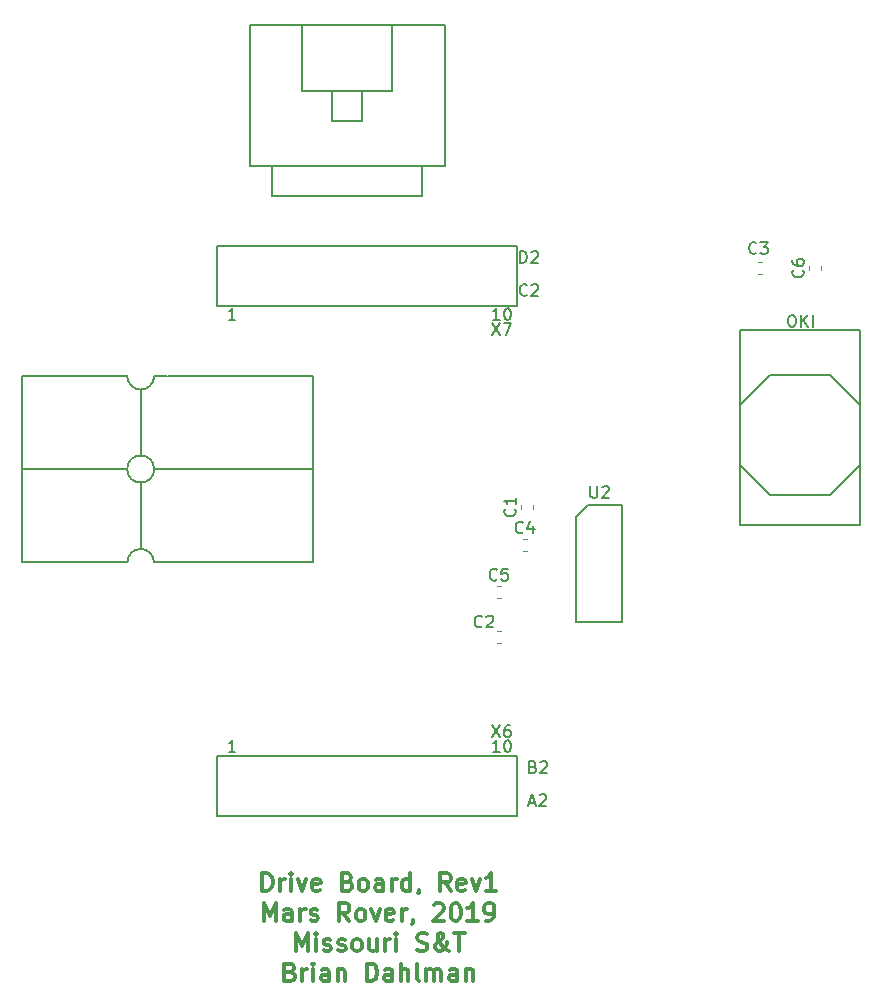
<source format=gbr>
G04 #@! TF.GenerationSoftware,KiCad,Pcbnew,(5.0.0)*
G04 #@! TF.CreationDate,2018-10-11T10:24:37-05:00*
G04 #@! TF.ProjectId,DriveBoard_Hardware,4472697665426F6172645F4861726477,rev?*
G04 #@! TF.SameCoordinates,Original*
G04 #@! TF.FileFunction,Legend,Top*
G04 #@! TF.FilePolarity,Positive*
%FSLAX46Y46*%
G04 Gerber Fmt 4.6, Leading zero omitted, Abs format (unit mm)*
G04 Created by KiCad (PCBNEW (5.0.0)) date 10/11/18 10:24:37*
%MOMM*%
%LPD*%
G01*
G04 APERTURE LIST*
%ADD10C,0.300000*%
%ADD11C,0.120000*%
%ADD12C,0.150000*%
G04 APERTURE END LIST*
D10*
X76502857Y-125631571D02*
X76502857Y-124131571D01*
X76860000Y-124131571D01*
X77074285Y-124203000D01*
X77217142Y-124345857D01*
X77288571Y-124488714D01*
X77360000Y-124774428D01*
X77360000Y-124988714D01*
X77288571Y-125274428D01*
X77217142Y-125417285D01*
X77074285Y-125560142D01*
X76860000Y-125631571D01*
X76502857Y-125631571D01*
X78002857Y-125631571D02*
X78002857Y-124631571D01*
X78002857Y-124917285D02*
X78074285Y-124774428D01*
X78145714Y-124703000D01*
X78288571Y-124631571D01*
X78431428Y-124631571D01*
X78931428Y-125631571D02*
X78931428Y-124631571D01*
X78931428Y-124131571D02*
X78860000Y-124203000D01*
X78931428Y-124274428D01*
X79002857Y-124203000D01*
X78931428Y-124131571D01*
X78931428Y-124274428D01*
X79502857Y-124631571D02*
X79860000Y-125631571D01*
X80217142Y-124631571D01*
X81360000Y-125560142D02*
X81217142Y-125631571D01*
X80931428Y-125631571D01*
X80788571Y-125560142D01*
X80717142Y-125417285D01*
X80717142Y-124845857D01*
X80788571Y-124703000D01*
X80931428Y-124631571D01*
X81217142Y-124631571D01*
X81360000Y-124703000D01*
X81431428Y-124845857D01*
X81431428Y-124988714D01*
X80717142Y-125131571D01*
X83717142Y-124845857D02*
X83931428Y-124917285D01*
X84002857Y-124988714D01*
X84074285Y-125131571D01*
X84074285Y-125345857D01*
X84002857Y-125488714D01*
X83931428Y-125560142D01*
X83788571Y-125631571D01*
X83217142Y-125631571D01*
X83217142Y-124131571D01*
X83717142Y-124131571D01*
X83860000Y-124203000D01*
X83931428Y-124274428D01*
X84002857Y-124417285D01*
X84002857Y-124560142D01*
X83931428Y-124703000D01*
X83860000Y-124774428D01*
X83717142Y-124845857D01*
X83217142Y-124845857D01*
X84931428Y-125631571D02*
X84788571Y-125560142D01*
X84717142Y-125488714D01*
X84645714Y-125345857D01*
X84645714Y-124917285D01*
X84717142Y-124774428D01*
X84788571Y-124703000D01*
X84931428Y-124631571D01*
X85145714Y-124631571D01*
X85288571Y-124703000D01*
X85360000Y-124774428D01*
X85431428Y-124917285D01*
X85431428Y-125345857D01*
X85360000Y-125488714D01*
X85288571Y-125560142D01*
X85145714Y-125631571D01*
X84931428Y-125631571D01*
X86717142Y-125631571D02*
X86717142Y-124845857D01*
X86645714Y-124703000D01*
X86502857Y-124631571D01*
X86217142Y-124631571D01*
X86074285Y-124703000D01*
X86717142Y-125560142D02*
X86574285Y-125631571D01*
X86217142Y-125631571D01*
X86074285Y-125560142D01*
X86002857Y-125417285D01*
X86002857Y-125274428D01*
X86074285Y-125131571D01*
X86217142Y-125060142D01*
X86574285Y-125060142D01*
X86717142Y-124988714D01*
X87431428Y-125631571D02*
X87431428Y-124631571D01*
X87431428Y-124917285D02*
X87502857Y-124774428D01*
X87574285Y-124703000D01*
X87717142Y-124631571D01*
X87860000Y-124631571D01*
X89002857Y-125631571D02*
X89002857Y-124131571D01*
X89002857Y-125560142D02*
X88860000Y-125631571D01*
X88574285Y-125631571D01*
X88431428Y-125560142D01*
X88360000Y-125488714D01*
X88288571Y-125345857D01*
X88288571Y-124917285D01*
X88360000Y-124774428D01*
X88431428Y-124703000D01*
X88574285Y-124631571D01*
X88860000Y-124631571D01*
X89002857Y-124703000D01*
X89788571Y-125560142D02*
X89788571Y-125631571D01*
X89717142Y-125774428D01*
X89645714Y-125845857D01*
X92431428Y-125631571D02*
X91931428Y-124917285D01*
X91574285Y-125631571D02*
X91574285Y-124131571D01*
X92145714Y-124131571D01*
X92288571Y-124203000D01*
X92360000Y-124274428D01*
X92431428Y-124417285D01*
X92431428Y-124631571D01*
X92360000Y-124774428D01*
X92288571Y-124845857D01*
X92145714Y-124917285D01*
X91574285Y-124917285D01*
X93645714Y-125560142D02*
X93502857Y-125631571D01*
X93217142Y-125631571D01*
X93074285Y-125560142D01*
X93002857Y-125417285D01*
X93002857Y-124845857D01*
X93074285Y-124703000D01*
X93217142Y-124631571D01*
X93502857Y-124631571D01*
X93645714Y-124703000D01*
X93717142Y-124845857D01*
X93717142Y-124988714D01*
X93002857Y-125131571D01*
X94217142Y-124631571D02*
X94574285Y-125631571D01*
X94931428Y-124631571D01*
X96288571Y-125631571D02*
X95431428Y-125631571D01*
X95860000Y-125631571D02*
X95860000Y-124131571D01*
X95717142Y-124345857D01*
X95574285Y-124488714D01*
X95431428Y-124560142D01*
X76645714Y-128181571D02*
X76645714Y-126681571D01*
X77145714Y-127753000D01*
X77645714Y-126681571D01*
X77645714Y-128181571D01*
X79002857Y-128181571D02*
X79002857Y-127395857D01*
X78931428Y-127253000D01*
X78788571Y-127181571D01*
X78502857Y-127181571D01*
X78360000Y-127253000D01*
X79002857Y-128110142D02*
X78860000Y-128181571D01*
X78502857Y-128181571D01*
X78360000Y-128110142D01*
X78288571Y-127967285D01*
X78288571Y-127824428D01*
X78360000Y-127681571D01*
X78502857Y-127610142D01*
X78860000Y-127610142D01*
X79002857Y-127538714D01*
X79717142Y-128181571D02*
X79717142Y-127181571D01*
X79717142Y-127467285D02*
X79788571Y-127324428D01*
X79860000Y-127253000D01*
X80002857Y-127181571D01*
X80145714Y-127181571D01*
X80574285Y-128110142D02*
X80717142Y-128181571D01*
X81002857Y-128181571D01*
X81145714Y-128110142D01*
X81217142Y-127967285D01*
X81217142Y-127895857D01*
X81145714Y-127753000D01*
X81002857Y-127681571D01*
X80788571Y-127681571D01*
X80645714Y-127610142D01*
X80574285Y-127467285D01*
X80574285Y-127395857D01*
X80645714Y-127253000D01*
X80788571Y-127181571D01*
X81002857Y-127181571D01*
X81145714Y-127253000D01*
X83860000Y-128181571D02*
X83360000Y-127467285D01*
X83002857Y-128181571D02*
X83002857Y-126681571D01*
X83574285Y-126681571D01*
X83717142Y-126753000D01*
X83788571Y-126824428D01*
X83860000Y-126967285D01*
X83860000Y-127181571D01*
X83788571Y-127324428D01*
X83717142Y-127395857D01*
X83574285Y-127467285D01*
X83002857Y-127467285D01*
X84717142Y-128181571D02*
X84574285Y-128110142D01*
X84502857Y-128038714D01*
X84431428Y-127895857D01*
X84431428Y-127467285D01*
X84502857Y-127324428D01*
X84574285Y-127253000D01*
X84717142Y-127181571D01*
X84931428Y-127181571D01*
X85074285Y-127253000D01*
X85145714Y-127324428D01*
X85217142Y-127467285D01*
X85217142Y-127895857D01*
X85145714Y-128038714D01*
X85074285Y-128110142D01*
X84931428Y-128181571D01*
X84717142Y-128181571D01*
X85717142Y-127181571D02*
X86074285Y-128181571D01*
X86431428Y-127181571D01*
X87574285Y-128110142D02*
X87431428Y-128181571D01*
X87145714Y-128181571D01*
X87002857Y-128110142D01*
X86931428Y-127967285D01*
X86931428Y-127395857D01*
X87002857Y-127253000D01*
X87145714Y-127181571D01*
X87431428Y-127181571D01*
X87574285Y-127253000D01*
X87645714Y-127395857D01*
X87645714Y-127538714D01*
X86931428Y-127681571D01*
X88288571Y-128181571D02*
X88288571Y-127181571D01*
X88288571Y-127467285D02*
X88360000Y-127324428D01*
X88431428Y-127253000D01*
X88574285Y-127181571D01*
X88717142Y-127181571D01*
X89288571Y-128110142D02*
X89288571Y-128181571D01*
X89217142Y-128324428D01*
X89145714Y-128395857D01*
X91002857Y-126824428D02*
X91074285Y-126753000D01*
X91217142Y-126681571D01*
X91574285Y-126681571D01*
X91717142Y-126753000D01*
X91788571Y-126824428D01*
X91860000Y-126967285D01*
X91860000Y-127110142D01*
X91788571Y-127324428D01*
X90931428Y-128181571D01*
X91860000Y-128181571D01*
X92788571Y-126681571D02*
X92931428Y-126681571D01*
X93074285Y-126753000D01*
X93145714Y-126824428D01*
X93217142Y-126967285D01*
X93288571Y-127253000D01*
X93288571Y-127610142D01*
X93217142Y-127895857D01*
X93145714Y-128038714D01*
X93074285Y-128110142D01*
X92931428Y-128181571D01*
X92788571Y-128181571D01*
X92645714Y-128110142D01*
X92574285Y-128038714D01*
X92502857Y-127895857D01*
X92431428Y-127610142D01*
X92431428Y-127253000D01*
X92502857Y-126967285D01*
X92574285Y-126824428D01*
X92645714Y-126753000D01*
X92788571Y-126681571D01*
X94717142Y-128181571D02*
X93860000Y-128181571D01*
X94288571Y-128181571D02*
X94288571Y-126681571D01*
X94145714Y-126895857D01*
X94002857Y-127038714D01*
X93860000Y-127110142D01*
X95431428Y-128181571D02*
X95717142Y-128181571D01*
X95860000Y-128110142D01*
X95931428Y-128038714D01*
X96074285Y-127824428D01*
X96145714Y-127538714D01*
X96145714Y-126967285D01*
X96074285Y-126824428D01*
X96002857Y-126753000D01*
X95860000Y-126681571D01*
X95574285Y-126681571D01*
X95431428Y-126753000D01*
X95360000Y-126824428D01*
X95288571Y-126967285D01*
X95288571Y-127324428D01*
X95360000Y-127467285D01*
X95431428Y-127538714D01*
X95574285Y-127610142D01*
X95860000Y-127610142D01*
X96002857Y-127538714D01*
X96074285Y-127467285D01*
X96145714Y-127324428D01*
X79324285Y-130731571D02*
X79324285Y-129231571D01*
X79824285Y-130303000D01*
X80324285Y-129231571D01*
X80324285Y-130731571D01*
X81038571Y-130731571D02*
X81038571Y-129731571D01*
X81038571Y-129231571D02*
X80967142Y-129303000D01*
X81038571Y-129374428D01*
X81110000Y-129303000D01*
X81038571Y-129231571D01*
X81038571Y-129374428D01*
X81681428Y-130660142D02*
X81824285Y-130731571D01*
X82110000Y-130731571D01*
X82252857Y-130660142D01*
X82324285Y-130517285D01*
X82324285Y-130445857D01*
X82252857Y-130303000D01*
X82110000Y-130231571D01*
X81895714Y-130231571D01*
X81752857Y-130160142D01*
X81681428Y-130017285D01*
X81681428Y-129945857D01*
X81752857Y-129803000D01*
X81895714Y-129731571D01*
X82110000Y-129731571D01*
X82252857Y-129803000D01*
X82895714Y-130660142D02*
X83038571Y-130731571D01*
X83324285Y-130731571D01*
X83467142Y-130660142D01*
X83538571Y-130517285D01*
X83538571Y-130445857D01*
X83467142Y-130303000D01*
X83324285Y-130231571D01*
X83110000Y-130231571D01*
X82967142Y-130160142D01*
X82895714Y-130017285D01*
X82895714Y-129945857D01*
X82967142Y-129803000D01*
X83110000Y-129731571D01*
X83324285Y-129731571D01*
X83467142Y-129803000D01*
X84395714Y-130731571D02*
X84252857Y-130660142D01*
X84181428Y-130588714D01*
X84110000Y-130445857D01*
X84110000Y-130017285D01*
X84181428Y-129874428D01*
X84252857Y-129803000D01*
X84395714Y-129731571D01*
X84610000Y-129731571D01*
X84752857Y-129803000D01*
X84824285Y-129874428D01*
X84895714Y-130017285D01*
X84895714Y-130445857D01*
X84824285Y-130588714D01*
X84752857Y-130660142D01*
X84610000Y-130731571D01*
X84395714Y-130731571D01*
X86181428Y-129731571D02*
X86181428Y-130731571D01*
X85538571Y-129731571D02*
X85538571Y-130517285D01*
X85610000Y-130660142D01*
X85752857Y-130731571D01*
X85967142Y-130731571D01*
X86110000Y-130660142D01*
X86181428Y-130588714D01*
X86895714Y-130731571D02*
X86895714Y-129731571D01*
X86895714Y-130017285D02*
X86967142Y-129874428D01*
X87038571Y-129803000D01*
X87181428Y-129731571D01*
X87324285Y-129731571D01*
X87824285Y-130731571D02*
X87824285Y-129731571D01*
X87824285Y-129231571D02*
X87752857Y-129303000D01*
X87824285Y-129374428D01*
X87895714Y-129303000D01*
X87824285Y-129231571D01*
X87824285Y-129374428D01*
X89610000Y-130660142D02*
X89824285Y-130731571D01*
X90181428Y-130731571D01*
X90324285Y-130660142D01*
X90395714Y-130588714D01*
X90467142Y-130445857D01*
X90467142Y-130303000D01*
X90395714Y-130160142D01*
X90324285Y-130088714D01*
X90181428Y-130017285D01*
X89895714Y-129945857D01*
X89752857Y-129874428D01*
X89681428Y-129803000D01*
X89610000Y-129660142D01*
X89610000Y-129517285D01*
X89681428Y-129374428D01*
X89752857Y-129303000D01*
X89895714Y-129231571D01*
X90252857Y-129231571D01*
X90467142Y-129303000D01*
X92324285Y-130731571D02*
X92252857Y-130731571D01*
X92110000Y-130660142D01*
X91895714Y-130445857D01*
X91538571Y-130017285D01*
X91395714Y-129803000D01*
X91324285Y-129588714D01*
X91324285Y-129445857D01*
X91395714Y-129303000D01*
X91538571Y-129231571D01*
X91610000Y-129231571D01*
X91752857Y-129303000D01*
X91824285Y-129445857D01*
X91824285Y-129517285D01*
X91752857Y-129660142D01*
X91681428Y-129731571D01*
X91252857Y-130017285D01*
X91181428Y-130088714D01*
X91110000Y-130231571D01*
X91110000Y-130445857D01*
X91181428Y-130588714D01*
X91252857Y-130660142D01*
X91395714Y-130731571D01*
X91610000Y-130731571D01*
X91752857Y-130660142D01*
X91824285Y-130588714D01*
X92038571Y-130303000D01*
X92110000Y-130088714D01*
X92110000Y-129945857D01*
X92752857Y-129231571D02*
X93610000Y-129231571D01*
X93181428Y-130731571D02*
X93181428Y-129231571D01*
X78859999Y-132495857D02*
X79074285Y-132567285D01*
X79145714Y-132638714D01*
X79217142Y-132781571D01*
X79217142Y-132995857D01*
X79145714Y-133138714D01*
X79074285Y-133210142D01*
X78931428Y-133281571D01*
X78359999Y-133281571D01*
X78359999Y-131781571D01*
X78859999Y-131781571D01*
X79002857Y-131853000D01*
X79074285Y-131924428D01*
X79145714Y-132067285D01*
X79145714Y-132210142D01*
X79074285Y-132353000D01*
X79002857Y-132424428D01*
X78859999Y-132495857D01*
X78359999Y-132495857D01*
X79859999Y-133281571D02*
X79859999Y-132281571D01*
X79859999Y-132567285D02*
X79931428Y-132424428D01*
X80002857Y-132353000D01*
X80145714Y-132281571D01*
X80288571Y-132281571D01*
X80788571Y-133281571D02*
X80788571Y-132281571D01*
X80788571Y-131781571D02*
X80717142Y-131853000D01*
X80788571Y-131924428D01*
X80859999Y-131853000D01*
X80788571Y-131781571D01*
X80788571Y-131924428D01*
X82145714Y-133281571D02*
X82145714Y-132495857D01*
X82074285Y-132353000D01*
X81931428Y-132281571D01*
X81645714Y-132281571D01*
X81502857Y-132353000D01*
X82145714Y-133210142D02*
X82002857Y-133281571D01*
X81645714Y-133281571D01*
X81502857Y-133210142D01*
X81431428Y-133067285D01*
X81431428Y-132924428D01*
X81502857Y-132781571D01*
X81645714Y-132710142D01*
X82002857Y-132710142D01*
X82145714Y-132638714D01*
X82859999Y-132281571D02*
X82859999Y-133281571D01*
X82859999Y-132424428D02*
X82931428Y-132353000D01*
X83074285Y-132281571D01*
X83288571Y-132281571D01*
X83431428Y-132353000D01*
X83502857Y-132495857D01*
X83502857Y-133281571D01*
X85359999Y-133281571D02*
X85359999Y-131781571D01*
X85717142Y-131781571D01*
X85931428Y-131853000D01*
X86074285Y-131995857D01*
X86145714Y-132138714D01*
X86217142Y-132424428D01*
X86217142Y-132638714D01*
X86145714Y-132924428D01*
X86074285Y-133067285D01*
X85931428Y-133210142D01*
X85717142Y-133281571D01*
X85359999Y-133281571D01*
X87502857Y-133281571D02*
X87502857Y-132495857D01*
X87431428Y-132353000D01*
X87288571Y-132281571D01*
X87002857Y-132281571D01*
X86859999Y-132353000D01*
X87502857Y-133210142D02*
X87359999Y-133281571D01*
X87002857Y-133281571D01*
X86859999Y-133210142D01*
X86788571Y-133067285D01*
X86788571Y-132924428D01*
X86859999Y-132781571D01*
X87002857Y-132710142D01*
X87359999Y-132710142D01*
X87502857Y-132638714D01*
X88217142Y-133281571D02*
X88217142Y-131781571D01*
X88859999Y-133281571D02*
X88859999Y-132495857D01*
X88788571Y-132353000D01*
X88645714Y-132281571D01*
X88431428Y-132281571D01*
X88288571Y-132353000D01*
X88217142Y-132424428D01*
X89788571Y-133281571D02*
X89645714Y-133210142D01*
X89574285Y-133067285D01*
X89574285Y-131781571D01*
X90359999Y-133281571D02*
X90359999Y-132281571D01*
X90359999Y-132424428D02*
X90431428Y-132353000D01*
X90574285Y-132281571D01*
X90788571Y-132281571D01*
X90931428Y-132353000D01*
X91002857Y-132495857D01*
X91002857Y-133281571D01*
X91002857Y-132495857D02*
X91074285Y-132353000D01*
X91217142Y-132281571D01*
X91431428Y-132281571D01*
X91574285Y-132353000D01*
X91645714Y-132495857D01*
X91645714Y-133281571D01*
X93002857Y-133281571D02*
X93002857Y-132495857D01*
X92931428Y-132353000D01*
X92788571Y-132281571D01*
X92502857Y-132281571D01*
X92359999Y-132353000D01*
X93002857Y-133210142D02*
X92859999Y-133281571D01*
X92502857Y-133281571D01*
X92359999Y-133210142D01*
X92288571Y-133067285D01*
X92288571Y-132924428D01*
X92359999Y-132781571D01*
X92502857Y-132710142D01*
X92859999Y-132710142D01*
X93002857Y-132638714D01*
X93717142Y-132281571D02*
X93717142Y-133281571D01*
X93717142Y-132424428D02*
X93788571Y-132353000D01*
X93931428Y-132281571D01*
X94145714Y-132281571D01*
X94288571Y-132353000D01*
X94359999Y-132495857D01*
X94359999Y-133281571D01*
D11*
G04 #@! TO.C,C1*
X98423000Y-93301667D02*
X98423000Y-92959133D01*
X99443000Y-93301667D02*
X99443000Y-92959133D01*
G04 #@! TO.C,C2*
X96348733Y-104650000D02*
X96691267Y-104650000D01*
X96348733Y-103630000D02*
X96691267Y-103630000D01*
G04 #@! TO.C,C3*
X118446733Y-72388000D02*
X118789267Y-72388000D01*
X118446733Y-73408000D02*
X118789267Y-73408000D01*
G04 #@! TO.C,C4*
X98547133Y-95832200D02*
X98889667Y-95832200D01*
X98547133Y-96852200D02*
X98889667Y-96852200D01*
G04 #@! TO.C,C5*
X96348733Y-100840000D02*
X96691267Y-100840000D01*
X96348733Y-99820000D02*
X96691267Y-99820000D01*
G04 #@! TO.C,C6*
X123827000Y-73069267D02*
X123827000Y-72726733D01*
X122807000Y-73069267D02*
X122807000Y-72726733D01*
D12*
G04 #@! TO.C,Conn1*
X67310000Y-97790000D02*
G75*
G03X66192400Y-96672400I-1117600J0D01*
G01*
X66192400Y-96672400D02*
G75*
G03X65074800Y-97790000I0J-1117600D01*
G01*
X56134000Y-82042000D02*
X56134000Y-97790000D01*
X80772000Y-82042000D02*
X80772000Y-97790000D01*
X65049400Y-82042000D02*
X63830200Y-82042000D01*
X66192400Y-83185000D02*
G75*
G03X67335400Y-82042000I0J1143000D01*
G01*
X65049400Y-82042000D02*
G75*
G03X66192400Y-83185000I1143000J0D01*
G01*
X68503800Y-97790000D02*
X67310000Y-97790000D01*
X66192400Y-95478600D02*
X66192400Y-96647000D01*
X63881000Y-97790000D02*
X65049400Y-97790000D01*
X68453000Y-82042000D02*
X67360800Y-82042000D01*
X66192400Y-83185000D02*
X66192400Y-84353400D01*
X66192400Y-92202000D02*
X66192400Y-91059000D01*
X56159400Y-89890600D02*
X65049400Y-89890600D01*
X66192400Y-87630000D02*
X66192400Y-88773000D01*
X68478400Y-89916000D02*
X67335400Y-89916000D01*
X66192400Y-92202000D02*
X66192400Y-95504000D01*
X68478400Y-89916000D02*
X80772000Y-89916000D01*
X66192400Y-87630000D02*
X66192400Y-84353400D01*
X67335400Y-89916000D02*
G75*
G03X67335400Y-89916000I-1143000J0D01*
G01*
X68478400Y-97790000D02*
X80772000Y-97790000D01*
X63906400Y-97790000D02*
X56159400Y-97790000D01*
X56159400Y-82042000D02*
X63906400Y-82042000D01*
X68478400Y-82042000D02*
X80772000Y-82042000D01*
G04 #@! TO.C,Conn2*
X79883000Y-52324000D02*
X79883000Y-52832000D01*
X87503000Y-52832000D02*
X87503000Y-52324000D01*
X75438000Y-52324000D02*
X91948000Y-52324000D01*
X75438000Y-64262000D02*
X75438000Y-52324000D01*
X91948000Y-64262000D02*
X91948000Y-52324000D01*
X90043000Y-64262000D02*
X91948000Y-64262000D01*
X77343000Y-64262000D02*
X75438000Y-64262000D01*
X79883000Y-56642000D02*
X79883000Y-57912000D01*
X79883000Y-57912000D02*
X87503000Y-57912000D01*
X87503000Y-57912000D02*
X87503000Y-56642000D01*
X87503000Y-56642000D02*
X87503000Y-52832000D01*
X79883000Y-56642000D02*
X79883000Y-52832000D01*
X82423000Y-57912000D02*
X82423000Y-60452000D01*
X82423000Y-60452000D02*
X84963000Y-60452000D01*
X84963000Y-60452000D02*
X84963000Y-57912000D01*
X77343000Y-64262000D02*
X90043000Y-64262000D01*
X90043000Y-64262000D02*
X90043000Y-66802000D01*
X90043000Y-66802000D02*
X77343000Y-66802000D01*
X77343000Y-66802000D02*
X77343000Y-64262000D01*
G04 #@! TO.C,U1*
X98044000Y-114173000D02*
X72644000Y-114173000D01*
X72644000Y-76073000D02*
X98044000Y-76073000D01*
X98044000Y-119253000D02*
X98044000Y-114173000D01*
X72644000Y-114173000D02*
X72644000Y-119253000D01*
X72644000Y-119253000D02*
X98044000Y-119253000D01*
X98044000Y-76073000D02*
X98044000Y-70993000D01*
X98044000Y-70993000D02*
X72644000Y-70993000D01*
X72644000Y-70993000D02*
X72644000Y-76073000D01*
G04 #@! TO.C,U2*
X104079000Y-92967000D02*
X106979000Y-92967000D01*
X106979000Y-92967000D02*
X106979000Y-102867000D01*
X106979000Y-102867000D02*
X103079000Y-102867000D01*
X103079000Y-102867000D02*
X103079000Y-93967000D01*
X103079000Y-93967000D02*
X104079000Y-92967000D01*
G04 #@! TO.C,U3*
X124587000Y-81915000D02*
X127127000Y-84455000D01*
X127127000Y-84455000D02*
X127127000Y-89535000D01*
X127127000Y-89535000D02*
X124587000Y-92075000D01*
X124587000Y-92075000D02*
X119507000Y-92075000D01*
X119507000Y-92075000D02*
X116967000Y-89535000D01*
X116967000Y-89535000D02*
X116967000Y-84455000D01*
X116967000Y-84455000D02*
X119507000Y-81915000D01*
X119507000Y-81915000D02*
X124587000Y-81915000D01*
X116967000Y-94615000D02*
X127127000Y-94615000D01*
X116967000Y-78105000D02*
X127127000Y-78105000D01*
X127127000Y-78105000D02*
X127127000Y-94615000D01*
X116967000Y-94615000D02*
X116967000Y-78105000D01*
G04 #@! TO.C,C1*
X97860142Y-93297066D02*
X97907761Y-93344685D01*
X97955380Y-93487542D01*
X97955380Y-93582780D01*
X97907761Y-93725638D01*
X97812523Y-93820876D01*
X97717285Y-93868495D01*
X97526809Y-93916114D01*
X97383952Y-93916114D01*
X97193476Y-93868495D01*
X97098238Y-93820876D01*
X97003000Y-93725638D01*
X96955380Y-93582780D01*
X96955380Y-93487542D01*
X97003000Y-93344685D01*
X97050619Y-93297066D01*
X97955380Y-92344685D02*
X97955380Y-92916114D01*
X97955380Y-92630400D02*
X96955380Y-92630400D01*
X97098238Y-92725638D01*
X97193476Y-92820876D01*
X97241095Y-92916114D01*
G04 #@! TO.C,C2*
X95083333Y-103227142D02*
X95035714Y-103274761D01*
X94892857Y-103322380D01*
X94797619Y-103322380D01*
X94654761Y-103274761D01*
X94559523Y-103179523D01*
X94511904Y-103084285D01*
X94464285Y-102893809D01*
X94464285Y-102750952D01*
X94511904Y-102560476D01*
X94559523Y-102465238D01*
X94654761Y-102370000D01*
X94797619Y-102322380D01*
X94892857Y-102322380D01*
X95035714Y-102370000D01*
X95083333Y-102417619D01*
X95464285Y-102417619D02*
X95511904Y-102370000D01*
X95607142Y-102322380D01*
X95845238Y-102322380D01*
X95940476Y-102370000D01*
X95988095Y-102417619D01*
X96035714Y-102512857D01*
X96035714Y-102608095D01*
X95988095Y-102750952D01*
X95416666Y-103322380D01*
X96035714Y-103322380D01*
G04 #@! TO.C,C3*
X118324333Y-71604142D02*
X118276714Y-71651761D01*
X118133857Y-71699380D01*
X118038619Y-71699380D01*
X117895761Y-71651761D01*
X117800523Y-71556523D01*
X117752904Y-71461285D01*
X117705285Y-71270809D01*
X117705285Y-71127952D01*
X117752904Y-70937476D01*
X117800523Y-70842238D01*
X117895761Y-70747000D01*
X118038619Y-70699380D01*
X118133857Y-70699380D01*
X118276714Y-70747000D01*
X118324333Y-70794619D01*
X118657666Y-70699380D02*
X119276714Y-70699380D01*
X118943380Y-71080333D01*
X119086238Y-71080333D01*
X119181476Y-71127952D01*
X119229095Y-71175571D01*
X119276714Y-71270809D01*
X119276714Y-71508904D01*
X119229095Y-71604142D01*
X119181476Y-71651761D01*
X119086238Y-71699380D01*
X118800523Y-71699380D01*
X118705285Y-71651761D01*
X118657666Y-71604142D01*
G04 #@! TO.C,C4*
X98551733Y-95269342D02*
X98504114Y-95316961D01*
X98361257Y-95364580D01*
X98266019Y-95364580D01*
X98123161Y-95316961D01*
X98027923Y-95221723D01*
X97980304Y-95126485D01*
X97932685Y-94936009D01*
X97932685Y-94793152D01*
X97980304Y-94602676D01*
X98027923Y-94507438D01*
X98123161Y-94412200D01*
X98266019Y-94364580D01*
X98361257Y-94364580D01*
X98504114Y-94412200D01*
X98551733Y-94459819D01*
X99408876Y-94697914D02*
X99408876Y-95364580D01*
X99170780Y-94316961D02*
X98932685Y-95031247D01*
X99551733Y-95031247D01*
G04 #@! TO.C,C5*
X96353333Y-99257142D02*
X96305714Y-99304761D01*
X96162857Y-99352380D01*
X96067619Y-99352380D01*
X95924761Y-99304761D01*
X95829523Y-99209523D01*
X95781904Y-99114285D01*
X95734285Y-98923809D01*
X95734285Y-98780952D01*
X95781904Y-98590476D01*
X95829523Y-98495238D01*
X95924761Y-98400000D01*
X96067619Y-98352380D01*
X96162857Y-98352380D01*
X96305714Y-98400000D01*
X96353333Y-98447619D01*
X97258095Y-98352380D02*
X96781904Y-98352380D01*
X96734285Y-98828571D01*
X96781904Y-98780952D01*
X96877142Y-98733333D01*
X97115238Y-98733333D01*
X97210476Y-98780952D01*
X97258095Y-98828571D01*
X97305714Y-98923809D01*
X97305714Y-99161904D01*
X97258095Y-99257142D01*
X97210476Y-99304761D01*
X97115238Y-99352380D01*
X96877142Y-99352380D01*
X96781904Y-99304761D01*
X96734285Y-99257142D01*
G04 #@! TO.C,C6*
X122244142Y-73064666D02*
X122291761Y-73112285D01*
X122339380Y-73255142D01*
X122339380Y-73350380D01*
X122291761Y-73493238D01*
X122196523Y-73588476D01*
X122101285Y-73636095D01*
X121910809Y-73683714D01*
X121767952Y-73683714D01*
X121577476Y-73636095D01*
X121482238Y-73588476D01*
X121387000Y-73493238D01*
X121339380Y-73350380D01*
X121339380Y-73255142D01*
X121387000Y-73112285D01*
X121434619Y-73064666D01*
X121339380Y-72207523D02*
X121339380Y-72398000D01*
X121387000Y-72493238D01*
X121434619Y-72540857D01*
X121577476Y-72636095D01*
X121767952Y-72683714D01*
X122148904Y-72683714D01*
X122244142Y-72636095D01*
X122291761Y-72588476D01*
X122339380Y-72493238D01*
X122339380Y-72302761D01*
X122291761Y-72207523D01*
X122244142Y-72159904D01*
X122148904Y-72112285D01*
X121910809Y-72112285D01*
X121815571Y-72159904D01*
X121767952Y-72207523D01*
X121720333Y-72302761D01*
X121720333Y-72493238D01*
X121767952Y-72588476D01*
X121815571Y-72636095D01*
X121910809Y-72683714D01*
G04 #@! TO.C,U1*
X74199714Y-77287380D02*
X73628285Y-77287380D01*
X73914000Y-77287380D02*
X73914000Y-76287380D01*
X73818761Y-76430238D01*
X73723523Y-76525476D01*
X73628285Y-76573095D01*
X96583523Y-77287380D02*
X96012095Y-77287380D01*
X96297809Y-77287380D02*
X96297809Y-76287380D01*
X96202571Y-76430238D01*
X96107333Y-76525476D01*
X96012095Y-76573095D01*
X97202571Y-76287380D02*
X97297809Y-76287380D01*
X97393047Y-76335000D01*
X97440666Y-76382619D01*
X97488285Y-76477857D01*
X97535904Y-76668333D01*
X97535904Y-76906428D01*
X97488285Y-77096904D01*
X97440666Y-77192142D01*
X97393047Y-77239761D01*
X97297809Y-77287380D01*
X97202571Y-77287380D01*
X97107333Y-77239761D01*
X97059714Y-77192142D01*
X97012095Y-77096904D01*
X96964476Y-76906428D01*
X96964476Y-76668333D01*
X97012095Y-76477857D01*
X97059714Y-76382619D01*
X97107333Y-76335000D01*
X97202571Y-76287380D01*
X96583523Y-113863380D02*
X96012095Y-113863380D01*
X96297809Y-113863380D02*
X96297809Y-112863380D01*
X96202571Y-113006238D01*
X96107333Y-113101476D01*
X96012095Y-113149095D01*
X97202571Y-112863380D02*
X97297809Y-112863380D01*
X97393047Y-112911000D01*
X97440666Y-112958619D01*
X97488285Y-113053857D01*
X97535904Y-113244333D01*
X97535904Y-113482428D01*
X97488285Y-113672904D01*
X97440666Y-113768142D01*
X97393047Y-113815761D01*
X97297809Y-113863380D01*
X97202571Y-113863380D01*
X97107333Y-113815761D01*
X97059714Y-113768142D01*
X97012095Y-113672904D01*
X96964476Y-113482428D01*
X96964476Y-113244333D01*
X97012095Y-113053857D01*
X97059714Y-112958619D01*
X97107333Y-112911000D01*
X97202571Y-112863380D01*
X74199714Y-113863380D02*
X73628285Y-113863380D01*
X73914000Y-113863380D02*
X73914000Y-112863380D01*
X73818761Y-113006238D01*
X73723523Y-113101476D01*
X73628285Y-113149095D01*
X95964476Y-77557380D02*
X96631142Y-78557380D01*
X96631142Y-77557380D02*
X95964476Y-78557380D01*
X96916857Y-77557380D02*
X97583523Y-77557380D01*
X97154952Y-78557380D01*
X95964476Y-111593380D02*
X96631142Y-112593380D01*
X96631142Y-111593380D02*
X95964476Y-112593380D01*
X97440666Y-111593380D02*
X97250190Y-111593380D01*
X97154952Y-111641000D01*
X97107333Y-111688619D01*
X97012095Y-111831476D01*
X96964476Y-112021952D01*
X96964476Y-112402904D01*
X97012095Y-112498142D01*
X97059714Y-112545761D01*
X97154952Y-112593380D01*
X97345428Y-112593380D01*
X97440666Y-112545761D01*
X97488285Y-112498142D01*
X97535904Y-112402904D01*
X97535904Y-112164809D01*
X97488285Y-112069571D01*
X97440666Y-112021952D01*
X97345428Y-111974333D01*
X97154952Y-111974333D01*
X97059714Y-112021952D01*
X97012095Y-112069571D01*
X96964476Y-112164809D01*
X98893333Y-75160142D02*
X98845714Y-75207761D01*
X98702857Y-75255380D01*
X98607619Y-75255380D01*
X98464761Y-75207761D01*
X98369523Y-75112523D01*
X98321904Y-75017285D01*
X98274285Y-74826809D01*
X98274285Y-74683952D01*
X98321904Y-74493476D01*
X98369523Y-74398238D01*
X98464761Y-74303000D01*
X98607619Y-74255380D01*
X98702857Y-74255380D01*
X98845714Y-74303000D01*
X98893333Y-74350619D01*
X99274285Y-74350619D02*
X99321904Y-74303000D01*
X99417142Y-74255380D01*
X99655238Y-74255380D01*
X99750476Y-74303000D01*
X99798095Y-74350619D01*
X99845714Y-74445857D01*
X99845714Y-74541095D01*
X99798095Y-74683952D01*
X99226666Y-75255380D01*
X99845714Y-75255380D01*
X98321904Y-72461380D02*
X98321904Y-71461380D01*
X98560000Y-71461380D01*
X98702857Y-71509000D01*
X98798095Y-71604238D01*
X98845714Y-71699476D01*
X98893333Y-71889952D01*
X98893333Y-72032809D01*
X98845714Y-72223285D01*
X98798095Y-72318523D01*
X98702857Y-72413761D01*
X98560000Y-72461380D01*
X98321904Y-72461380D01*
X99274285Y-71556619D02*
X99321904Y-71509000D01*
X99417142Y-71461380D01*
X99655238Y-71461380D01*
X99750476Y-71509000D01*
X99798095Y-71556619D01*
X99845714Y-71651857D01*
X99845714Y-71747095D01*
X99798095Y-71889952D01*
X99226666Y-72461380D01*
X99845714Y-72461380D01*
X99417238Y-115117571D02*
X99560095Y-115165190D01*
X99607714Y-115212809D01*
X99655333Y-115308047D01*
X99655333Y-115450904D01*
X99607714Y-115546142D01*
X99560095Y-115593761D01*
X99464857Y-115641380D01*
X99083904Y-115641380D01*
X99083904Y-114641380D01*
X99417238Y-114641380D01*
X99512476Y-114689000D01*
X99560095Y-114736619D01*
X99607714Y-114831857D01*
X99607714Y-114927095D01*
X99560095Y-115022333D01*
X99512476Y-115069952D01*
X99417238Y-115117571D01*
X99083904Y-115117571D01*
X100036285Y-114736619D02*
X100083904Y-114689000D01*
X100179142Y-114641380D01*
X100417238Y-114641380D01*
X100512476Y-114689000D01*
X100560095Y-114736619D01*
X100607714Y-114831857D01*
X100607714Y-114927095D01*
X100560095Y-115069952D01*
X99988666Y-115641380D01*
X100607714Y-115641380D01*
X99107714Y-118149666D02*
X99583904Y-118149666D01*
X99012476Y-118435380D02*
X99345809Y-117435380D01*
X99679142Y-118435380D01*
X99964857Y-117530619D02*
X100012476Y-117483000D01*
X100107714Y-117435380D01*
X100345809Y-117435380D01*
X100441047Y-117483000D01*
X100488666Y-117530619D01*
X100536285Y-117625857D01*
X100536285Y-117721095D01*
X100488666Y-117863952D01*
X99917238Y-118435380D01*
X100536285Y-118435380D01*
G04 #@! TO.C,U2*
X104267095Y-91369380D02*
X104267095Y-92178904D01*
X104314714Y-92274142D01*
X104362333Y-92321761D01*
X104457571Y-92369380D01*
X104648047Y-92369380D01*
X104743285Y-92321761D01*
X104790904Y-92274142D01*
X104838523Y-92178904D01*
X104838523Y-91369380D01*
X105267095Y-91464619D02*
X105314714Y-91417000D01*
X105409952Y-91369380D01*
X105648047Y-91369380D01*
X105743285Y-91417000D01*
X105790904Y-91464619D01*
X105838523Y-91559857D01*
X105838523Y-91655095D01*
X105790904Y-91797952D01*
X105219476Y-92369380D01*
X105838523Y-92369380D01*
G04 #@! TO.C,U3*
X121239066Y-76871580D02*
X121429542Y-76871580D01*
X121524780Y-76919200D01*
X121620019Y-77014438D01*
X121667638Y-77204914D01*
X121667638Y-77538247D01*
X121620019Y-77728723D01*
X121524780Y-77823961D01*
X121429542Y-77871580D01*
X121239066Y-77871580D01*
X121143828Y-77823961D01*
X121048590Y-77728723D01*
X121000971Y-77538247D01*
X121000971Y-77204914D01*
X121048590Y-77014438D01*
X121143828Y-76919200D01*
X121239066Y-76871580D01*
X122096209Y-77871580D02*
X122096209Y-76871580D01*
X122667638Y-77871580D02*
X122239066Y-77300152D01*
X122667638Y-76871580D02*
X122096209Y-77443009D01*
X123096209Y-77871580D02*
X123096209Y-76871580D01*
G04 #@! TD*
M02*

</source>
